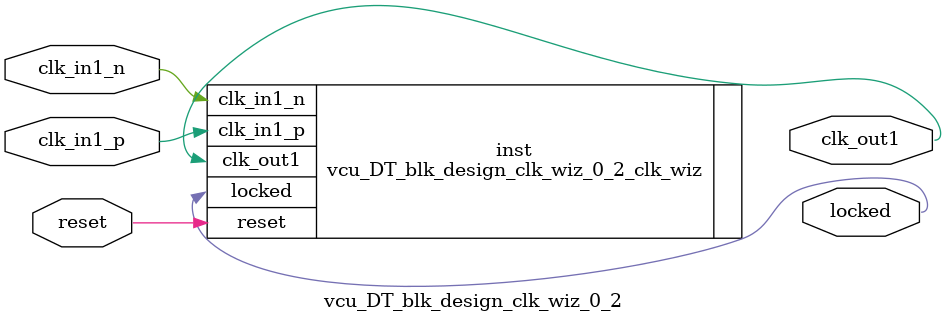
<source format=v>


`timescale 1ps/1ps

(* CORE_GENERATION_INFO = "vcu_DT_blk_design_clk_wiz_0_2,clk_wiz_v6_0_3_0_0,{component_name=vcu_DT_blk_design_clk_wiz_0_2,use_phase_alignment=false,use_min_o_jitter=false,use_max_i_jitter=false,use_dyn_phase_shift=false,use_inclk_switchover=false,use_dyn_reconfig=false,enable_axi=0,feedback_source=FDBK_AUTO,PRIMITIVE=MMCM,num_out_clk=1,clkin1_period=6.400,clkin2_period=10.0,use_power_down=false,use_reset=true,use_locked=true,use_inclk_stopped=false,feedback_type=SINGLE,CLOCK_MGR_TYPE=NA,manual_override=false}" *)

module vcu_DT_blk_design_clk_wiz_0_2 
 (
  // Clock out ports
  output        clk_out1,
  // Status and control signals
  input         reset,
  output        locked,
 // Clock in ports
  input         clk_in1_p,
  input         clk_in1_n
 );

  vcu_DT_blk_design_clk_wiz_0_2_clk_wiz inst
  (
  // Clock out ports  
  .clk_out1(clk_out1),
  // Status and control signals               
  .reset(reset), 
  .locked(locked),
 // Clock in ports
  .clk_in1_p(clk_in1_p),
  .clk_in1_n(clk_in1_n)
  );

endmodule

</source>
